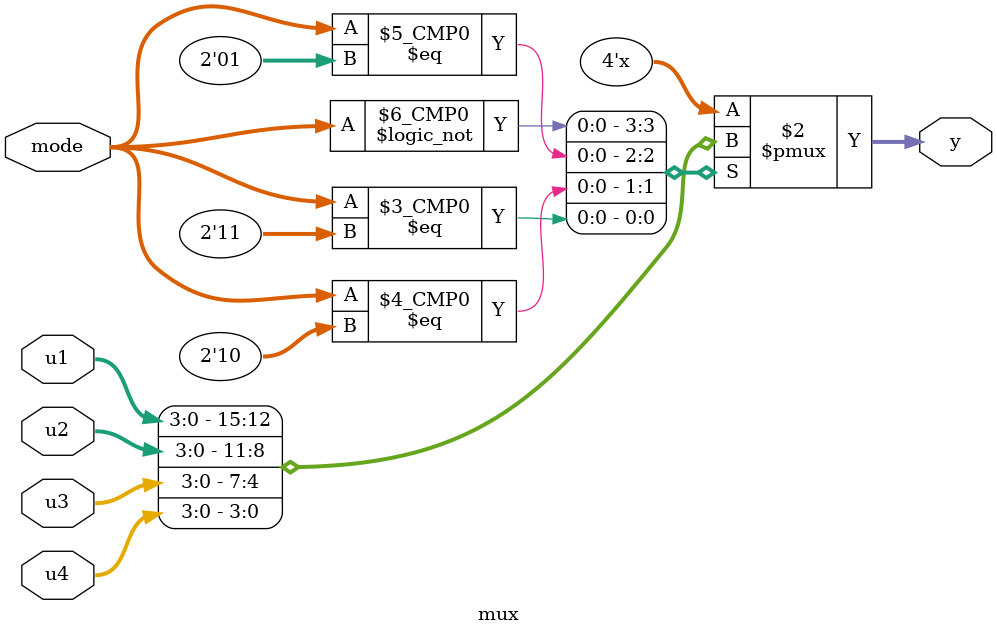
<source format=sv>
module mux(mode, u1, u2, u3, u4, y);

input [1:0] mode;
input [3:0] u1, u2, u3, u4;

output reg [3:0] y;

always_comb
	case (mode)
		 0: y <= u1;
		 1: y <= u2;
		 2: y <= u3;
		 3: y <= u4;
	endcase

endmodule

</source>
